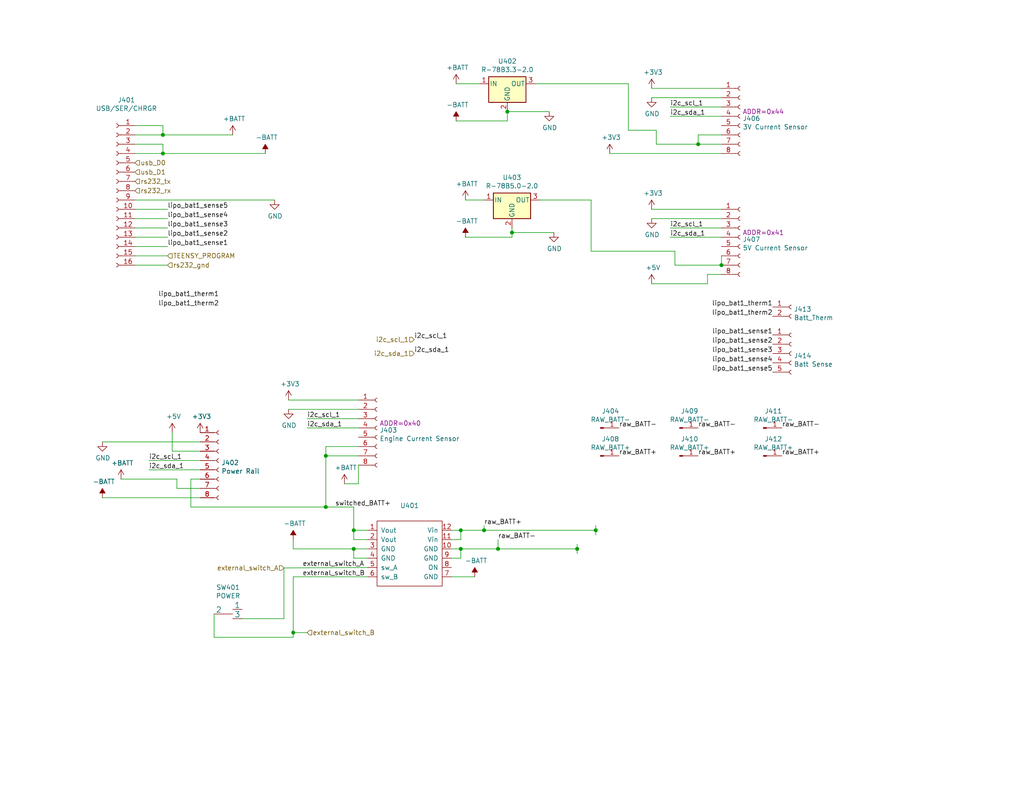
<source format=kicad_sch>
(kicad_sch (version 20211123) (generator eeschema)
  (paper "USLetter")
  (title_block (date "2021-11-10") (rev "1.0"))
  (lib_symbols
    (symbol "Connector:Conn_01x01_Male" (pin_names (offset 1.016) hide)
      (property "Reference" "J" (at 0 2.54 0))
      (property "Value" "Conn_01x01_Male" (at 0 -2.54 0))
      (symbol "Conn_01x01_Male_1_1"
        (polyline (pts (xy 1.27 0) (xy 0.8636 0)) (stroke (width 0.1524)))
        (rectangle (start 0.8636 0.127) (end 0 -0.127) (stroke (width 0.1524)) (fill (type outline)))
        (pin passive line (at 5.08 0 180) (length 3.81) (name "Pin_1") (number "1"))
      )
    )
    (symbol "Connector:Conn_01x02_Female" (pin_names (offset 1.016) hide)
      (property "Reference" "J" (at 0 2.54 0))
      (property "Value" "Conn_01x02_Female" (at 0 -5.08 0))
      (symbol "Conn_01x02_Female_1_1"
        (arc (start 0 -2.032) (mid -0.508 -2.54) (end 0 -3.048) (stroke (width 0.1524)))
        (polyline (pts (xy -1.27 -2.54) (xy -0.508 -2.54)) (stroke (width 0.1524)))
        (polyline (pts (xy -1.27 0) (xy -0.508 0)) (stroke (width 0.1524)))
        (arc (start 0 0.508) (mid -0.508 0) (end 0 -0.508) (stroke (width 0.1524)))
        (pin passive line (at -5.08 0 0) (length 3.81) (name "Pin_1") (number "1"))
        (pin passive line (at -5.08 -2.54 0) (length 3.81) (name "Pin_2") (number "2"))
      )
    )
    (symbol "Connector:Conn_01x05_Female" (pin_names (offset 1.016) hide)
      (property "Reference" "J" (at 0 7.62 0))
      (property "Value" "Conn_01x05_Female" (at 0 -7.62 0))
      (symbol "Conn_01x05_Female_1_1"
        (arc (start 0 -4.572) (mid -0.508 -5.08) (end 0 -5.588) (stroke (width 0.1524)))
        (arc (start 0 -2.032) (mid -0.508 -2.54) (end 0 -3.048) (stroke (width 0.1524)))
        (polyline (pts (xy -1.27 -5.08) (xy -0.508 -5.08)) (stroke (width 0.1524)))
        (polyline (pts (xy -1.27 -2.54) (xy -0.508 -2.54)) (stroke (width 0.1524)))
        (polyline (pts (xy -1.27 0) (xy -0.508 0)) (stroke (width 0.1524)))
        (polyline (pts (xy -1.27 2.54) (xy -0.508 2.54)) (stroke (width 0.1524)))
        (polyline (pts (xy -1.27 5.08) (xy -0.508 5.08)) (stroke (width 0.1524)))
        (arc (start 0 0.508) (mid -0.508 0) (end 0 -0.508) (stroke (width 0.1524)))
        (arc (start 0 3.048) (mid -0.508 2.54) (end 0 2.032) (stroke (width 0.1524)))
        (arc (start 0 5.588) (mid -0.508 5.08) (end 0 4.572) (stroke (width 0.1524)))
        (pin passive line (at -5.08 5.08 0) (length 3.81) (name "Pin_1") (number "1"))
        (pin passive line (at -5.08 2.54 0) (length 3.81) (name "Pin_2") (number "2"))
        (pin passive line (at -5.08 0 0) (length 3.81) (name "Pin_3") (number "3"))
        (pin passive line (at -5.08 -2.54 0) (length 3.81) (name "Pin_4") (number "4"))
        (pin passive line (at -5.08 -5.08 0) (length 3.81) (name "Pin_5") (number "5"))
      )
    )
    (symbol "Connector:Conn_01x08_Female" (pin_names (offset 1.016) hide)
      (property "Reference" "J" (at 0 10.16 0))
      (property "Value" "Conn_01x08_Female" (at 0 -12.7 0))
      (symbol "Conn_01x08_Female_1_1"
        (arc (start 0 -9.652) (mid -0.508 -10.16) (end 0 -10.668) (stroke (width 0.1524)))
        (arc (start 0 -7.112) (mid -0.508 -7.62) (end 0 -8.128) (stroke (width 0.1524)))
        (arc (start 0 -4.572) (mid -0.508 -5.08) (end 0 -5.588) (stroke (width 0.1524)))
        (arc (start 0 -2.032) (mid -0.508 -2.54) (end 0 -3.048) (stroke (width 0.1524)))
        (polyline (pts (xy -1.27 -10.16) (xy -0.508 -10.16)) (stroke (width 0.1524)))
        (polyline (pts (xy -1.27 -7.62) (xy -0.508 -7.62)) (stroke (width 0.1524)))
        (polyline (pts (xy -1.27 -5.08) (xy -0.508 -5.08)) (stroke (width 0.1524)))
        (polyline (pts (xy -1.27 -2.54) (xy -0.508 -2.54)) (stroke (width 0.1524)))
        (polyline (pts (xy -1.27 0) (xy -0.508 0)) (stroke (width 0.1524)))
        (polyline (pts (xy -1.27 2.54) (xy -0.508 2.54)) (stroke (width 0.1524)))
        (polyline (pts (xy -1.27 5.08) (xy -0.508 5.08)) (stroke (width 0.1524)))
        (polyline (pts (xy -1.27 7.62) (xy -0.508 7.62)) (stroke (width 0.1524)))
        (arc (start 0 0.508) (mid -0.508 0) (end 0 -0.508) (stroke (width 0.1524)))
        (arc (start 0 3.048) (mid -0.508 2.54) (end 0 2.032) (stroke (width 0.1524)))
        (arc (start 0 5.588) (mid -0.508 5.08) (end 0 4.572) (stroke (width 0.1524)))
        (arc (start 0 8.128) (mid -0.508 7.62) (end 0 7.112) (stroke (width 0.1524)))
        (pin passive line (at -5.08 7.62 0) (length 3.81) (name "Pin_1") (number "1"))
        (pin passive line (at -5.08 5.08 0) (length 3.81) (name "Pin_2") (number "2"))
        (pin passive line (at -5.08 2.54 0) (length 3.81) (name "Pin_3") (number "3"))
        (pin passive line (at -5.08 0 0) (length 3.81) (name "Pin_4") (number "4"))
        (pin passive line (at -5.08 -2.54 0) (length 3.81) (name "Pin_5") (number "5"))
        (pin passive line (at -5.08 -5.08 0) (length 3.81) (name "Pin_6") (number "6"))
        (pin passive line (at -5.08 -7.62 0) (length 3.81) (name "Pin_7") (number "7"))
        (pin passive line (at -5.08 -10.16 0) (length 3.81) (name "Pin_8") (number "8"))
      )
    )
    (symbol "Regulator_Switching:R-78B3.3-2.0" (pin_names (offset 0.254))
      (property "Reference" "U" (at -3.81 3.175 0))
      (property "Value" "R-78B3.3-2.0" (at 0 3.175 0))
      (symbol "R-78B3.3-2.0_0_1"
        (rectangle (start -5.08 1.905) (end 5.08 -5.08) (stroke (width 0.254)) (fill (type background)))
      )
      (symbol "R-78B3.3-2.0_1_1"
        (pin power_in line (at -7.62 0 0) (length 2.54) (name "IN") (number "1"))
        (pin power_in line (at 0 -7.62 90) (length 2.54) (name "GND") (number "2"))
        (pin power_out line (at 7.62 0 180) (length 2.54) (name "OUT") (number "3"))
      )
    )
    (symbol "Regulator_Switching:R-78B5.0-2.0" (pin_names (offset 0.254))
      (property "Reference" "U" (at -3.81 3.175 0))
      (property "Value" "R-78B5.0-2.0" (at 0 3.175 0))
      (symbol "R-78B5.0-2.0_0_1"
        (rectangle (start -5.08 1.905) (end 5.08 -5.08) (stroke (width 0.254)) (fill (type background)))
      )
      (symbol "R-78B5.0-2.0_1_1"
        (pin power_in line (at -7.62 0 0) (length 2.54) (name "IN") (number "1"))
        (pin power_in line (at 0 -7.62 90) (length 2.54) (name "GND") (number "2"))
        (pin power_out line (at 7.62 0 180) (length 2.54) (name "OUT") (number "3"))
      )
    )
    (symbol "engine-board-rescue:Pololu_2812-Regulator_Controller-engine-board-rescue" (pin_names (offset 1.016))
      (property "Reference" "U" (at 1.27 21.59 0))
      (property "Value" "Pololu_2812-Regulator_Controller-engine-board-rescue" (at -2.54 1.27 0))
      (symbol "Pololu_2812-Regulator_Controller-engine-board-rescue_0_1"
        (rectangle (start -6.35 20.32) (end 11.43 2.54))
      )
      (symbol "Pololu_2812-Regulator_Controller-engine-board-rescue_1_1"
        (pin output line (at -8.89 17.78 0) (length 2.54) (name "Vout") (number "1"))
        (pin input line (at 13.97 12.7 180) (length 2.54) (name "GND") (number "10"))
        (pin input line (at 13.97 15.24 180) (length 2.54) (name "Vin") (number "11"))
        (pin input line (at 13.97 17.78 180) (length 2.54) (name "Vin") (number "12"))
        (pin output line (at -8.89 15.24 0) (length 2.54) (name "Vout") (number "2"))
        (pin output line (at -8.89 12.7 0) (length 2.54) (name "GND") (number "3"))
        (pin output line (at -8.89 10.16 0) (length 2.54) (name "GND") (number "4"))
        (pin input line (at -8.89 7.62 0) (length 2.54) (name "sw_A") (number "5"))
        (pin input line (at -8.89 5.08 0) (length 2.54) (name "sw_B") (number "6"))
        (pin input line (at 13.97 5.08 180) (length 2.54) (name "GND") (number "7"))
        (pin input line (at 13.97 7.62 180) (length 2.54) (name "ON") (number "8"))
        (pin input line (at 13.97 10.16 180) (length 2.54) (name "GND") (number "9"))
      )
    )
    (symbol "engine-board-rescue:QuickFit_01x16_Header-Connector-engine-board-rescue" (pin_names (offset 1.016) hide)
      (property "Reference" "J" (at 0 20.32 0))
      (property "Value" "QuickFit_01x16_Header-Connector-engine-board-rescue" (at 0 -22.86 0))
      (property "Footprint" "Connector_Molex:Molex_Micro-Fit_3.0_43045-1615_2x08_P3.00mm_Vertical" (at -12.7 5.08 90))
      (symbol "QuickFit_01x16_Header-Connector-engine-board-rescue_1_1"
        (arc (start 0 -19.812) (mid -0.508 -20.32) (end 0 -20.828) (stroke (width 0.1524)))
        (arc (start 0 -17.272) (mid -0.508 -17.78) (end 0 -18.288) (stroke (width 0.1524)))
        (arc (start 0 -14.732) (mid -0.508 -15.24) (end 0 -15.748) (stroke (width 0.1524)))
        (arc (start 0 -12.192) (mid -0.508 -12.7) (end 0 -13.208) (stroke (width 0.1524)))
        (arc (start 0 -9.652) (mid -0.508 -10.16) (end 0 -10.668) (stroke (width 0.1524)))
        (arc (start 0 -7.112) (mid -0.508 -7.62) (end 0 -8.128) (stroke (width 0.1524)))
        (arc (start 0 -4.572) (mid -0.508 -5.08) (end 0 -5.588) (stroke (width 0.1524)))
        (arc (start 0 -2.032) (mid -0.508 -2.54) (end 0 -3.048) (stroke (width 0.1524)))
        (polyline (pts (xy -1.27 -20.32) (xy -0.508 -20.32)) (stroke (width 0.1524)))
        (polyline (pts (xy -1.27 -17.78) (xy -0.508 -17.78)) (stroke (width 0.1524)))
        (polyline (pts (xy -1.27 -15.24) (xy -0.508 -15.24)) (stroke (width 0.1524)))
        (polyline (pts (xy -1.27 -12.7) (xy -0.508 -12.7)) (stroke (width 0.1524)))
        (polyline (pts (xy -1.27 -10.16) (xy -0.508 -10.16)) (stroke (width 0.1524)))
        (polyline (pts (xy -1.27 -7.62) (xy -0.508 -7.62)) (stroke (width 0.1524)))
        (polyline (pts (xy -1.27 -5.08) (xy -0.508 -5.08)) (stroke (width 0.1524)))
        (polyline (pts (xy -1.27 -2.54) (xy -0.508 -2.54)) (stroke (width 0.1524)))
        (polyline (pts (xy -1.27 0) (xy -0.508 0)) (stroke (width 0.1524)))
        (polyline (pts (xy -1.27 2.54) (xy -0.508 2.54)) (stroke (width 0.1524)))
        (polyline (pts (xy -1.27 5.08) (xy -0.508 5.08)) (stroke (width 0.1524)))
        (polyline (pts (xy -1.27 7.62) (xy -0.508 7.62)) (stroke (width 0.1524)))
        (polyline (pts (xy -1.27 10.16) (xy -0.508 10.16)) (stroke (width 0.1524)))
        (polyline (pts (xy -1.27 12.7) (xy -0.508 12.7)) (stroke (width 0.1524)))
        (polyline (pts (xy -1.27 15.24) (xy -0.508 15.24)) (stroke (width 0.1524)))
        (polyline (pts (xy -1.27 17.78) (xy -0.508 17.78)) (stroke (width 0.1524)))
        (arc (start 0 0.508) (mid -0.508 0) (end 0 -0.508) (stroke (width 0.1524)))
        (arc (start 0 3.048) (mid -0.508 2.54) (end 0 2.032) (stroke (width 0.1524)))
        (arc (start 0 5.588) (mid -0.508 5.08) (end 0 4.572) (stroke (width 0.1524)))
        (arc (start 0 8.128) (mid -0.508 7.62) (end 0 7.112) (stroke (width 0.1524)))
        (arc (start 0 10.668) (mid -0.508 10.16) (end 0 9.652) (stroke (width 0.1524)))
        (arc (start 0 13.208) (mid -0.508 12.7) (end 0 12.192) (stroke (width 0.1524)))
        (arc (start 0 15.748) (mid -0.508 15.24) (end 0 14.732) (stroke (width 0.1524)))
        (arc (start 0 18.288) (mid -0.508 17.78) (end 0 17.272) (stroke (width 0.1524)))
        (pin passive line (at -5.08 17.78 0) (length 3.81) (name "Pin_1") (number "1"))
        (pin passive line (at -5.08 -5.08 0) (length 3.81) (name "Pin_10") (number "10"))
        (pin passive line (at -5.08 -7.62 0) (length 3.81) (name "Pin_11") (number "11"))
        (pin passive line (at -5.08 -10.16 0) (length 3.81) (name "Pin_12") (number "12"))
        (pin passive line (at -5.08 -12.7 0) (length 3.81) (name "Pin_13") (number "13"))
        (pin passive line (at -5.08 -15.24 0) (length 3.81) (name "Pin_14") (number "14"))
        (pin passive line (at -5.08 -17.78 0) (length 3.81) (name "Pin_15") (number "15"))
        (pin passive line (at -5.08 -20.32 0) (length 3.81) (name "Pin_16") (number "16"))
        (pin passive line (at -5.08 15.24 0) (length 3.81) (name "Pin_2") (number "2"))
        (pin passive line (at -5.08 12.7 0) (length 3.81) (name "Pin_3") (number "3"))
        (pin passive line (at -5.08 10.16 0) (length 3.81) (name "Pin_4") (number "4"))
        (pin passive line (at -5.08 7.62 0) (length 3.81) (name "Pin_5") (number "5"))
        (pin passive line (at -5.08 5.08 0) (length 3.81) (name "Pin_6") (number "6"))
        (pin passive line (at -5.08 2.54 0) (length 3.81) (name "Pin_7") (number "7"))
        (pin passive line (at -5.08 0 0) (length 3.81) (name "Pin_8") (number "8"))
        (pin passive line (at -5.08 -2.54 0) (length 3.81) (name "Pin_9") (number "9"))
      )
    )
    (symbol "engine-board-rescue:SWITCH_SPDT-MiscellaneousDevices" (pin_numbers hide) (pin_names (offset 0))
      (property "Reference" "SW" (at 0 3.81 0))
      (property "Value" "SWITCH_SPDT-MiscellaneousDevices" (at 0 -2.54 0))
      (symbol "SWITCH_SPDT-MiscellaneousDevices_0_1"
        (polyline (pts (xy -1.27 0) (xy 1.27 0)))
      )
      (symbol "SWITCH_SPDT-MiscellaneousDevices_1_1"
        (pin passive line (at 3.81 1.27 180) (length 2.54) (name "1") (number "1"))
        (pin passive line (at -3.81 0 0) (length 2.54) (name "2") (number "2"))
        (pin passive line (at 3.81 -1.27 180) (length 2.54) (name "3") (number "3"))
      )
    )
    (symbol "power:+3.3V" (power) (pin_names (offset 0))
      (property "Value" "+3.3V" (at 0 3.556 0))
      (symbol "+3.3V_0_1"
        (polyline (pts (xy -0.762 1.27) (xy 0 2.54)))
        (polyline (pts (xy 0 0) (xy 0 2.54)))
        (polyline (pts (xy 0 2.54) (xy 0.762 1.27)))
      )
      (symbol "+3.3V_1_1"
        (pin power_in line (at 0 0 90) (length 0) hide (name "+3V3") (number "1"))
      )
    )
    (symbol "power:+5V" (power) (pin_names (offset 0))
      (property "Value" "+5V" (at 0 3.556 0))
      (symbol "+5V_0_1"
        (polyline (pts (xy -0.762 1.27) (xy 0 2.54)))
        (polyline (pts (xy 0 0) (xy 0 2.54)))
        (polyline (pts (xy 0 2.54) (xy 0.762 1.27)))
      )
      (symbol "+5V_1_1"
        (pin power_in line (at 0 0 90) (length 0) hide (name "+5V") (number "1"))
      )
    )
    (symbol "power:+BATT" (power) (pin_names (offset 0))
      (property "Value" "+BATT" (at 0 3.556 0))
      (symbol "+BATT_0_1"
        (polyline (pts (xy -0.762 1.27) (xy 0 2.54)))
        (polyline (pts (xy 0 0) (xy 0 2.54)))
        (polyline (pts (xy 0 2.54) (xy 0.762 1.27)))
      )
      (symbol "+BATT_1_1"
        (pin power_in line (at 0 0 90) (length 0) hide (name "+BATT") (number "1"))
      )
    )
    (symbol "power:-BATT" (power) (pin_names (offset 0))
      (property "Value" "-BATT" (at 0 3.556 0))
      (symbol "-BATT_0_1"
        (polyline (pts (xy 0 0) (xy 0 2.54)))
        (polyline (pts (xy 0.762 1.27) (xy -0.762 1.27) (xy 0 2.54) (xy 0.762 1.27)) (fill (type outline)))
      )
      (symbol "-BATT_1_1"
        (pin power_in line (at 0 0 90) (length 0) hide (name "-BATT") (number "1"))
      )
    )
    (symbol "power:GND" (power) (pin_names (offset 0))
      (property "Value" "GND" (at 0 -3.81 0))
      (symbol "GND_0_1"
        (polyline (pts (xy 0 0) (xy 0 -1.27) (xy 1.27 -1.27) (xy 0 -2.54) (xy -1.27 -1.27) (xy 0 -1.27)))
      )
      (symbol "GND_1_1"
        (pin power_in line (at 0 0 270) (length 0) hide (name "GND") (number "1"))
      )
    )
  )
  (junction (at 96.52 144.78))
  (junction (at 157.48 149.86))
  (junction (at 80.01 172.72))
  (junction (at 88.9 138.43))
  (junction (at 135.89 149.86))
  (junction (at 125.73 144.78))
  (junction (at 190.5 39.37))
  (junction (at 44.45 36.83))
  (junction (at 88.9 124.46))
  (junction (at 125.73 149.86))
  (junction (at 132.08 144.78))
  (junction (at 139.7 63.5))
  (junction (at 138.43 30.48))
  (junction (at 96.52 149.86))
  (junction (at 44.45 41.91))
  (junction (at 162.56 144.78))
  (junction (at 196.85 72.39))
  (wire (pts (xy 36.83 64.77) (xy 45.72 64.77)))
  (wire (pts (xy 132.08 143.51) (xy 132.08 144.78)))
  (wire (pts (xy 27.94 135.89) (xy 54.61 135.89)))
  (wire (pts (xy 83.82 116.84) (xy 97.79 116.84)))
  (wire (pts (xy 27.94 120.65) (xy 54.61 120.65)))
  (wire (pts (xy 177.8 26.67) (xy 196.85 26.67)))
  (wire (pts (xy 132.08 144.78) (xy 162.56 144.78)))
  (wire (pts (xy 157.48 149.86) (xy 157.48 148.59)))
  (wire (pts (xy 36.83 62.23) (xy 45.72 62.23)))
  (wire (pts (xy 138.43 33.02) (xy 138.43 30.48)))
  (wire (pts (xy 80.01 149.86) (xy 96.52 149.86)))
  (wire (pts (xy 123.19 157.48) (xy 129.54 157.48)))
  (wire (pts (xy 80.01 157.48) (xy 80.01 172.72)))
  (wire (pts (xy 36.83 39.37) (xy 44.45 39.37)))
  (wire (pts (xy 96.52 152.4) (xy 96.52 149.86)))
  (wire (pts (xy 33.02 130.81) (xy 48.26 130.81)))
  (wire (pts (xy 182.88 62.23) (xy 196.85 62.23)))
  (wire (pts (xy 48.26 130.81) (xy 48.26 133.35)))
  (wire (pts (xy 125.73 144.78) (xy 123.19 144.78)))
  (wire (pts (xy 44.45 41.91) (xy 72.39 41.91)))
  (wire (pts (xy 97.79 121.92) (xy 88.9 121.92)))
  (wire (pts (xy 135.89 147.32) (xy 135.89 149.86)))
  (wire (pts (xy 190.5 36.83) (xy 190.5 39.37)))
  (wire (pts (xy 146.05 22.86) (xy 171.45 22.86)))
  (wire (pts (xy 182.88 29.21) (xy 196.85 29.21)))
  (wire (pts (xy 151.13 63.5) (xy 139.7 63.5)))
  (wire (pts (xy 46.99 118.11) (xy 46.99 123.19)))
  (wire (pts (xy 139.7 64.77) (xy 139.7 63.5)))
  (wire (pts (xy 135.89 149.86) (xy 125.73 149.86)))
  (wire (pts (xy 78.74 111.76) (xy 97.79 111.76)))
  (wire (pts (xy 66.04 168.91) (xy 77.47 168.91)))
  (wire (pts (xy 177.8 59.69) (xy 196.85 59.69)))
  (wire (pts (xy 36.83 57.15) (xy 45.72 57.15)))
  (wire (pts (xy 184.15 68.58) (xy 161.29 68.58)))
  (wire (pts (xy 88.9 138.43) (xy 96.52 138.43)))
  (wire (pts (xy 162.56 144.78) (xy 162.56 146.05)))
  (wire (pts (xy 77.4779 155.063) (xy 100.33 154.94)))
  (wire (pts (xy 124.46 33.02) (xy 138.43 33.02)))
  (wire (pts (xy 171.45 35.56) (xy 179.07 35.56)))
  (wire (pts (xy 125.73 152.4) (xy 123.19 152.4)))
  (wire (pts (xy 40.64 128.27) (xy 54.61 128.27)))
  (wire (pts (xy 78.74 109.22) (xy 97.79 109.22)))
  (wire (pts (xy 36.83 67.31) (xy 45.72 67.31)))
  (wire (pts (xy 80.01 172.72) (xy 80.01 173.99)))
  (wire (pts (xy 58.42 173.99) (xy 80.01 173.99)))
  (wire (pts (xy 193.04 77.47) (xy 177.8 77.47)))
  (wire (pts (xy 196.85 69.85) (xy 196.85 72.39)))
  (wire (pts (xy 97.79 132.08) (xy 97.79 127)))
  (wire (pts (xy 44.45 34.29) (xy 44.45 36.83)))
  (wire (pts (xy 36.83 41.91) (xy 44.45 41.91)))
  (wire (pts (xy 138.43 30.48) (xy 149.86 30.48)))
  (wire (pts (xy 161.29 68.58) (xy 161.29 54.61)))
  (wire (pts (xy 166.37 41.91) (xy 196.85 41.91)))
  (wire (pts (xy 127 64.77) (xy 139.7 64.77)))
  (wire (pts (xy 182.88 64.77) (xy 196.85 64.77)))
  (wire (pts (xy 196.85 36.83) (xy 190.5 36.83)))
  (wire (pts (xy 96.52 147.32) (xy 96.52 144.78)))
  (wire (pts (xy 100.33 152.4) (xy 96.52 152.4)))
  (wire (pts (xy 36.83 72.39) (xy 45.72 72.39)))
  (wire (pts (xy 80.01 149.86) (xy 80.01 147.32)))
  (wire (pts (xy 184.15 72.39) (xy 184.15 68.58)))
  (wire (pts (xy 193.04 74.93) (xy 196.85 74.93)))
  (wire (pts (xy 83.82 172.72) (xy 80.01 172.72)))
  (wire (pts (xy 177.8 57.15) (xy 196.85 57.15)))
  (wire (pts (xy 190.5 39.37) (xy 196.85 39.37)))
  (wire (pts (xy 83.82 114.3) (xy 97.79 114.3)))
  (wire (pts (xy 125.73 144.78) (xy 125.73 147.32)))
  (wire (pts (xy 36.83 54.61) (xy 74.93 54.61)))
  (wire (pts (xy 88.9 124.46) (xy 88.9 138.43)))
  (wire (pts (xy 54.61 130.81) (xy 52.07 130.81)))
  (wire (pts (xy 100.33 144.78) (xy 96.52 144.78)))
  (wire (pts (xy 93.98 132.08) (xy 97.79 132.08)))
  (wire (pts (xy 36.83 34.29) (xy 44.45 34.29)))
  (wire (pts (xy 44.45 36.83) (xy 63.5 36.83)))
  (wire (pts (xy 96.52 138.43) (xy 96.52 144.78)))
  (wire (pts (xy 125.73 147.32) (xy 123.19 147.32)))
  (wire (pts (xy 184.15 72.39) (xy 196.85 72.39)))
  (wire (pts (xy 88.9 124.46) (xy 97.79 124.46)))
  (wire (pts (xy 100.33 147.32) (xy 96.52 147.32)))
  (wire (pts (xy 44.45 39.37) (xy 44.45 41.91)))
  (wire (pts (xy 46.99 123.19) (xy 54.61 123.19)))
  (wire (pts (xy 132.08 144.78) (xy 125.73 144.78)))
  (wire (pts (xy 125.73 149.86) (xy 123.19 149.86)))
  (wire (pts (xy 52.07 130.81) (xy 52.07 138.43)))
  (wire (pts (xy 139.7 63.5) (xy 139.7 62.23)))
  (wire (pts (xy 177.8 24.13) (xy 196.85 24.13)))
  (wire (pts (xy 100.33 149.86) (xy 96.52 149.86)))
  (wire (pts (xy 88.9 121.92) (xy 88.9 124.46)))
  (wire (pts (xy 36.83 36.83) (xy 44.45 36.83)))
  (wire (pts (xy 157.48 151.13) (xy 157.48 149.86)))
  (wire (pts (xy 80.01 157.48) (xy 100.33 157.48)))
  (wire (pts (xy 147.32 54.61) (xy 161.29 54.61)))
  (wire (pts (xy 36.83 69.85) (xy 45.72 69.85)))
  (wire (pts (xy 48.26 133.35) (xy 54.61 133.35)))
  (wire (pts (xy 36.83 59.69) (xy 45.72 59.69)))
  (wire (pts (xy 182.88 31.75) (xy 196.85 31.75)))
  (wire (pts (xy 135.89 149.86) (xy 157.48 149.86)))
  (wire (pts (xy 125.73 149.86) (xy 125.73 152.4)))
  (wire (pts (xy 162.56 143.51) (xy 162.56 144.78)))
  (wire (pts (xy 171.45 22.86) (xy 171.45 35.56)))
  (wire (pts (xy 127 54.61) (xy 132.08 54.61)))
  (wire (pts (xy 179.07 35.56) (xy 179.07 39.37)))
  (wire (pts (xy 124.46 22.86) (xy 130.81 22.86)))
  (wire (pts (xy 179.07 39.37) (xy 190.5 39.37)))
  (wire (pts (xy 40.64 125.73) (xy 54.61 125.73)))
  (wire (pts (xy 58.42 167.64) (xy 58.42 173.99)))
  (wire (pts (xy 77.4779 155.063) (xy 77.47 168.91)))
  (wire (pts (xy 193.04 77.47) (xy 193.04 74.93)))
  (wire (pts (xy 52.07 138.43) (xy 88.9 138.43)))
  (label "i2c_scl_1" (at 182.88 29.21 0))
  (label "switched_BATT+" (at 91.44 138.43 0))
  (label "external_switch_B" (at 82.55 157.48 0))
  (label "lipo_bat1_sense2" (at 45.72 64.77 0))
  (label "raw_BATT-" (at 190.5 116.84 0))
  (label "i2c_scl_1" (at 83.82 114.3 0))
  (label "raw_BATT-" (at 135.89 147.32 0))
  (label "raw_BATT+" (at 190.5 124.46 0))
  (label "lipo_bat1_sense5" (at 210.82 101.6 180))
  (label "i2c_sda_1" (at 40.64 128.27 0))
  (label "lipo_bat1_sense1" (at 210.82 91.44 180))
  (label "lipo_bat1_therm1" (at 43.18 81.28 0))
  (label "lipo_bat1_sense4" (at 45.72 59.69 0))
  (label "lipo_bat1_sense2" (at 210.82 93.98 180))
  (label "lipo_bat1_therm2" (at 210.82 86.36 180))
  (label "i2c_sda_1" (at 83.82 116.84 0))
  (label "raw_BATT-" (at 168.91 116.84 0))
  (label "raw_BATT+" (at 168.91 124.46 0))
  (label "raw_BATT+" (at 132.08 143.51 0))
  (label "lipo_bat1_therm1" (at 210.82 83.82 180))
  (label "i2c_sda_1" (at 182.88 64.77 0))
  (label "i2c_scl_1" (at 182.88 62.23 0))
  (label "lipo_bat1_sense3" (at 45.72 62.23 0))
  (label "external_switch_A" (at 82.55 154.94 0))
  (label "i2c_scl_1" (at 113.03 92.71 0))
  (label "lipo_bat1_sense5" (at 45.72 57.15 0))
  (label "lipo_bat1_sense3" (at 210.82 96.52 180))
  (label "i2c_scl_1" (at 40.64 125.73 0))
  (label "raw_BATT+" (at 213.36 124.46 0))
  (label "i2c_sda_1" (at 182.88 31.75 0))
  (label "lipo_bat1_sense4" (at 210.82 99.06 180))
  (label "raw_BATT-" (at 213.36 116.84 0))
  (label "lipo_bat1_sense1" (at 45.72 67.31 0))
  (label "i2c_sda_1" (at 113.03 96.52 0))
  (label "lipo_bat1_therm2" (at 43.18 83.82 0))
  (hierarchical_label "TEENSY_PROGRAM" (shape input) (at 45.72 69.85 0))
  (hierarchical_label "rs232_tx" (shape input) (at 36.83 49.53 0))
  (hierarchical_label "rs232_rx" (shape input) (at 36.83 52.07 0))
  (hierarchical_label "external_switch_A" (shape input) (at 77.4779 155.063 180))
  (hierarchical_label "i2c_sda_1" (shape input) (at 113.03 96.52 180))
  (hierarchical_label "rs232_gnd" (shape input) (at 45.72 72.39 0))
  (hierarchical_label "usb_D1" (shape input) (at 36.83 46.99 0))
  (hierarchical_label "i2c_scl_1" (shape input) (at 113.03 92.71 180))
  (hierarchical_label "external_switch_B" (shape input) (at 83.82 172.72 0))
  (hierarchical_label "usb_D0" (shape input) (at 36.83 44.45 0))
  (symbol (lib_id "power:+3.3V") (at 177.8 57.15 0) (unit 1)
    (property "Reference" "#PWR0422" (effects hide))
    (property "Value" "+3.3V" (at 178.181 52.7558 0))
  )
  (symbol (lib_id "power:GND") (at 177.8 59.69 0) (unit 1)
    (property "Reference" "#PWR0423" (effects hide))
    (property "Value" "GND" (at 177.927 64.0842 0))
  )
  (symbol (lib_id "power:+BATT") (at 127 54.61 0) (unit 1)
    (property "Reference" "#PWR0425" (effects hide))
    (property "Value" "+BATT" (at 127.381 50.2158 0))
  )
  (symbol (lib_id "power:+3.3V") (at 177.8 24.13 0) (unit 1)
    (property "Reference" "#PWR0420" (effects hide))
    (property "Value" "+3.3V" (at 178.181 19.7358 0))
  )
  (symbol (lib_id "power:GND") (at 177.8 26.67 0) (unit 1)
    (property "Reference" "#PWR0421" (effects hide))
    (property "Value" "GND" (at 177.927 31.0642 0))
  )
  (symbol (lib_id "power:+BATT") (at 124.46 22.86 0) (unit 1)
    (property "Reference" "#PWR0424" (effects hide))
    (property "Value" "+BATT" (at 124.841 18.4658 0))
  )
  (symbol (lib_id "power:+3.3V") (at 78.74 109.22 0) (unit 1)
    (property "Reference" "#PWR0409" (effects hide))
    (property "Value" "+3.3V" (at 79.121 104.8258 0))
  )
  (symbol (lib_id "power:GND") (at 78.74 111.76 0) (unit 1)
    (property "Reference" "#PWR0410" (effects hide))
    (property "Value" "GND" (at 78.867 116.1542 0))
  )
  (symbol (lib_id "power:+BATT") (at 93.98 132.08 0) (unit 1)
    (property "Reference" "#PWR0412" (effects hide))
    (property "Value" "+BATT" (at 94.361 127.6858 0))
  )
  (symbol (lib_id "engine-board-rescue:QuickFit_01x16_Header-Connector-engine-board-rescue") (at 31.75 52.07 0) (mirror y) (unit 1)
    (property "Reference" "J401" (at 34.4932 27.305 0))
    (property "Value" "USB/SER/CHRGR" (at 34.4932 29.6164 0))
    (property "Footprint" "Connector_Molex:Molex_Micro-Fit_3.0_43045-1621_2x08-1MP_P3.00mm_Horizontal" (effects hide))
    (property "Link" "https://www.digikey.com/en/products/detail/molex/0430451623/3044583?s=N4IgTCBcDaICwGYAMcCsBGAbGBIC6AvkA" (effects hide))
    (property "MANUFACTURER" "Molex" (effects hide))
    (property "MPN" "430451623" (effects hide))
    (property "Price" "6.91" (effects hide))
    (property "MATE_Price" "1.61" (effects hide))
    (property "MATE_Link" "https://www.digikey.com/en/products/detail/molex/0430251608/3310170" (effects hide))
    (property "MATE_MPN" "0430251608" (effects hide))
  )
  (symbol (lib_id "power:GND") (at 74.93 54.61 0) (unit 1)
    (property "Reference" "#PWR0407" (effects hide))
    (property "Value" "GND" (at 75.057 59.0042 0))
  )
  (symbol (lib_id "power:+BATT") (at 63.5 36.83 0) (unit 1)
    (property "Reference" "#PWR0406" (effects hide))
    (property "Value" "+BATT" (at 63.881 32.4358 0))
  )
  (symbol (lib_id "power:-BATT") (at 72.39 41.91 0) (unit 1)
    (property "Reference" "#PWR0408" (effects hide))
    (property "Value" "-BATT" (at 72.771 37.5158 0))
  )
  (symbol (lib_id "Regulator_Switching:R-78B3.3-2.0") (at 138.43 22.86 0) (unit 1)
    (property "Reference" "U402" (at 138.43 16.7132 0))
    (property "Value" "R-78B3.3-2.0" (at 138.43 19.0246 0))
    (property "Footprint" "Converter_DCDC:Converter_DCDC_RECOM_R-78B-2.0_THT" (effects hide))
    (property "Datasheet" "https://www.recom-power.com/pdf/Innoline/R-78Bxx-2.0.pdf" (effects hide))
    (property "Link" "https://www.digikey.com/en/products/detail/recom-power/R-78B3-3-2-0/6677082" (effects hide))
    (property "Price" "11.35" (effects hide))
    (property "MPN" "R-78B3.3-2.0" (effects hide))
  )
  (symbol (lib_id "power:-BATT") (at 124.46 33.02 0) (unit 1)
    (property "Reference" "#PWR0413" (effects hide))
    (property "Value" "-BATT" (at 124.841 28.6258 0))
  )
  (symbol (lib_id "power:GND") (at 149.86 30.48 0) (unit 1)
    (property "Reference" "#PWR0417" (effects hide))
    (property "Value" "GND" (at 149.987 34.8742 0))
  )
  (symbol (lib_id "Regulator_Switching:R-78B5.0-2.0") (at 139.7 54.61 0) (unit 1)
    (property "Reference" "U403" (at 139.7 48.4632 0))
    (property "Value" "R-78B5.0-2.0" (at 139.7 50.7746 0))
    (property "Footprint" "Converter_DCDC:Converter_DCDC_RECOM_R-78B-2.0_THT" (effects hide))
    (property "Datasheet" "https://www.recom-power.com/pdf/Innoline/R-78Bxx-2.0.pdf" (effects hide))
    (property "Link" "https://www.digikey.com/en/products/detail/recom-power/R-78B5-0-2-0/6677084" (effects hide))
    (property "Price" "11.35" (effects hide))
    (property "MPN" "R-78B5.0-2.0" (effects hide))
  )
  (symbol (lib_id "power:-BATT") (at 127 64.77 0) (unit 1)
    (property "Reference" "#PWR0414" (effects hide))
    (property "Value" "-BATT" (at 127.381 60.3758 0))
  )
  (symbol (lib_id "power:GND") (at 151.13 63.5 0) (unit 1)
    (property "Reference" "#PWR0419" (effects hide))
    (property "Value" "GND" (at 151.257 67.8942 0))
  )
  (symbol (lib_id "power:+5V") (at 177.8 77.47 0) (unit 1)
    (property "Reference" "#PWR0418" (effects hide))
    (property "Value" "+5V" (at 178.181 73.0758 0))
  )
  (symbol (lib_id "engine-board-rescue:Pololu_2812-Regulator_Controller-engine-board-rescue") (at 109.22 162.56 0) (unit 1)
    (property "Reference" "U401" (at 111.76 138.049 0))
    (property "Datasheet" "https://www.pololu.com/product/2814" (effects hide))
    (property "Link" "https://www.digikey.com/en/products/detail/samtec-inc/SSQ-106-01-G-S/1110613" (effects hide))
    (property "Price" "1.35" (effects hide))
    (property "MPN" "SSQ-106-01-G-S" (effects hide))
    (property "Link2" "https://www.pololu.com/product/2814" (effects hide))
    (property "MATE_Link" "https://www.digikey.com/en/products/detail/samtec-inc/SSQ-106-01-G-S/1110613" (effects hide))
    (property "MATE_MPN" "SSQ-104-01-G-S" (effects hide))
    (property "MATE_Price" "1.35" (effects hide))
    (property "MPN2" "2814" (effects hide))
    (property "Manufacturer" "Polulu" (effects hide))
    (property "Price2" "4.75" (effects hide))
  )
  (symbol (lib_id "power:-BATT") (at 80.01 147.32 0) (unit 1)
    (property "Reference" "#PWR0411" (effects hide))
    (property "Value" "-BATT" (at 80.391 142.9258 0))
  )
  (symbol (lib_id "power:-BATT") (at 129.54 157.48 0) (unit 1)
    (property "Reference" "#PWR0415" (effects hide))
    (property "Value" "-BATT" (at 129.921 153.0858 0))
  )
  (symbol (lib_id "Connector:Conn_01x08_Female") (at 59.69 125.73 0) (unit 1)
    (property "Reference" "J402" (at 60.4012 126.3396 0) (effects (justify left)))
    (property "Value" "Power Rail" (at 60.4012 128.651 0) (effects (justify left)))
    (property "Footprint" "Connector_PinSocket_2.54mm:PinSocket_1x08_P2.54mm_Vertical" (effects hide))
    (property "Link" "https://www.digikey.com/en/products/detail/samtec-inc/TSW-108-05-G-S/1100513" (effects hide))
    (property "MANUFACTURER" "Samtec Inc." (effects hide))
    (property "MPN" "TSW-108-05-G-S" (effects hide))
    (property "Price" "0.96" (effects hide))
  )
  (symbol (lib_id "power:+BATT") (at 33.02 130.81 0) (unit 1)
    (property "Reference" "#PWR0403" (effects hide))
    (property "Value" "+BATT" (at 33.401 126.4158 0))
  )
  (symbol (lib_id "power:-BATT") (at 27.94 135.89 0) (unit 1)
    (property "Reference" "#PWR0402" (effects hide))
    (property "Value" "-BATT" (at 28.321 131.4958 0))
  )
  (symbol (lib_id "power:+3.3V") (at 54.61 118.11 0) (unit 1)
    (property "Reference" "#PWR0405" (effects hide))
    (property "Value" "+3.3V" (at 54.991 113.7158 0))
  )
  (symbol (lib_id "power:GND") (at 27.94 120.65 0) (unit 1)
    (property "Reference" "#PWR0401" (effects hide))
    (property "Value" "GND" (at 28.067 125.0442 0))
  )
  (symbol (lib_id "power:+5V") (at 46.99 118.11 0) (unit 1)
    (property "Reference" "#PWR0404" (effects hide))
    (property "Value" "+5V" (at 47.371 113.7158 0))
  )
  (symbol (lib_id "Connector:Conn_01x08_Female") (at 102.87 116.84 0) (unit 1)
    (property "Reference" "J403" (at 103.5812 117.4496 0) (effects (justify left)))
    (property "Value" "Engine Current Sensor" (at 103.5812 119.761 0) (effects (justify left)))
    (property "Footprint" "Connector_PinSocket_2.54mm:PinSocket_1x08_P2.54mm_Vertical" (effects hide))
    (property "Link" "https://www.digikey.com/en/products/detail/samtec-inc/SSQ-108-01-G-S/1110611" (effects hide))
    (property "MANUFACTURER" "Samtec Inc." (effects hide))
    (property "MPN" "SSQ-108-01-G-S" (effects hide))
    (property "Price" "1.35" (effects hide))
    (property "Price2" "9.95" (effects hide))
    (property "Link2" "https://www.adafruit.com/product/4226" (effects hide))
    (property "I2C_ADDR" "ADDR=0x40" (at 109.22 115.57 0))
    (property "MATE_Link" "https://www.digikey.com/en/products/detail/molex/0901210128/760817?s=N4IgTCBcDaIJwAYCMYnLADhAXQL5A" (effects hide))
    (property "MATE_MPN" "0901210128" (effects hide))
    (property "MATE_Price" "1.16" (effects hide))
    (property "Manufacturer" "Adafruit" (effects hide))
  )
  (symbol (lib_id "Connector:Conn_01x08_Female") (at 201.93 64.77 0) (unit 1)
    (property "Reference" "J407" (at 202.6412 65.3796 0) (effects (justify left)))
    (property "Value" "5V Current Sensor" (at 202.6412 67.691 0) (effects (justify left)))
    (property "Footprint" "Connector_PinSocket_2.54mm:PinSocket_1x08_P2.54mm_Vertical" (effects hide))
    (property "Link" "https://www.digikey.com/en/products/detail/samtec-inc/SSQ-108-01-G-S/1110611" (effects hide))
    (property "MANUFACTURER" "Samtec Inc." (effects hide))
    (property "MPN" "SSQ-108-01-G-S" (effects hide))
    (property "Price" "1.35" (effects hide))
    (property "Price2" "9.95" (effects hide))
    (property "Link2" "https://www.adafruit.com/product/4226" (effects hide))
    (property "I2C_ADDR" "ADDR=0x41" (at 208.28 63.5 0))
    (property "MATE_Link" "https://www.digikey.com/en/products/detail/molex/0901210128/760817?s=N4IgTCBcDaIJwAYCMYnLADhAXQL5A" (effects hide))
    (property "MATE_MPN" "0901210128" (effects hide))
    (property "MATE_Price" "1.16" (effects hide))
    (property "Manufacturer" "Adafruit" (effects hide))
  )
  (symbol (lib_id "engine-board-rescue:SWITCH_SPDT-MiscellaneousDevices") (at 62.23 167.64 0) (unit 1)
    (property "Reference" "SW401" (at 62.23 160.3756 0))
    (property "Value" "POWER" (at 62.23 162.687 0))
    (property "Footprint" "Module:SliderSwitch_Simple" (effects hide))
    (property "Datasheet" "https://www.adafruit.com/product/805" (effects hide))
    (property "Price" "0.95" (effects hide))
    (property "Link" "https://www.adafruit.com/product/805" (effects hide))
    (property "MPN" "805" (effects hide))
    (property "Manufacturer" "Adafruit" (effects hide))
  )
  (symbol (lib_id "Connector:Conn_01x08_Female") (at 201.93 31.75 0) (unit 1)
    (property "Reference" "J406" (at 202.6412 32.3596 0) (effects (justify left)))
    (property "Value" "3V Current Sensor" (at 202.6412 34.671 0) (effects (justify left)))
    (property "Footprint" "Connector_PinSocket_2.54mm:PinSocket_1x08_P2.54mm_Vertical" (effects hide))
    (property "Link" "https://www.digikey.com/en/products/detail/samtec-inc/SSQ-108-01-G-S/1110611" (effects hide))
    (property "MANUFACTURER" "Samtec Inc." (effects hide))
    (property "MPN" "SSQ-108-01-G-S" (effects hide))
    (property "Price" "1.35" (effects hide))
    (property "Price2" "9.95" (effects hide))
    (property "Link2" "https://www.adafruit.com/product/4226" (effects hide))
    (property "I2C_ADDR" "ADDR=0x44" (at 208.28 30.48 0))
    (property "MATE_Link" "https://www.digikey.com/en/products/detail/molex/0901210128/760817?s=N4IgTCBcDaIJwAYCMYnLADhAXQL5A" (effects hide))
    (property "MATE_MPN" "0901210128" (effects hide))
    (property "MATE_Price" "1.16" (effects hide))
    (property "Manufacturer" "Adafruit" (effects hide))
  )
  (symbol (lib_id "power:+3.3V") (at 166.37 41.91 0) (unit 1)
    (property "Reference" "#PWR0113" (effects hide))
    (property "Value" "+3.3V" (at 166.751 37.5158 0))
  )
  (symbol (lib_id "Connector:Conn_01x01_Male") (at 163.83 116.84 0) (unit 1)
    (property "Reference" "J404" (at 166.5732 112.2426 0))
    (property "Value" "RAW_BATT-" (at 166.5732 114.554 0))
    (property "Footprint" "TestPoint:TestPoint_Pad_4.0x4.0mm" (effects hide))
  )
  (symbol (lib_id "Connector:Conn_01x01_Male") (at 163.83 124.46 0) (unit 1)
    (property "Reference" "J408" (at 166.5732 119.8626 0))
    (property "Value" "RAW_BATT+" (at 166.5732 122.174 0))
    (property "Footprint" "TestPoint:TestPoint_Pad_4.0x4.0mm" (effects hide))
  )
  (symbol (lib_id "Connector:Conn_01x01_Male") (at 185.42 116.84 0) (unit 1)
    (property "Reference" "J409" (at 188.1632 112.2426 0))
    (property "Value" "RAW_BATT-" (at 188.1632 114.554 0))
    (property "Footprint" "TestPoint:TestPoint_Pad_4.0x4.0mm" (effects hide))
  )
  (symbol (lib_id "Connector:Conn_01x01_Male") (at 185.42 124.46 0) (unit 1)
    (property "Reference" "J410" (at 188.1632 119.8626 0))
    (property "Value" "RAW_BATT+" (at 188.1632 122.174 0))
    (property "Footprint" "TestPoint:TestPoint_Pad_4.0x4.0mm" (effects hide))
  )
  (symbol (lib_id "Connector:Conn_01x01_Male") (at 208.28 116.84 0) (unit 1)
    (property "Reference" "J411" (at 211.0232 112.2426 0))
    (property "Value" "RAW_BATT-" (at 211.0232 114.554 0))
    (property "Footprint" "TestPoint:TestPoint_Plated_Hole_D3.0mm" (effects hide))
  )
  (symbol (lib_id "Connector:Conn_01x01_Male") (at 208.28 124.46 0) (unit 1)
    (property "Reference" "J412" (at 211.0232 119.8626 0))
    (property "Value" "RAW_BATT+" (at 211.0232 122.174 0))
    (property "Footprint" "TestPoint:TestPoint_Plated_Hole_D3.0mm" (effects hide))
  )
  (symbol (lib_id "Connector:Conn_01x05_Female") (at 215.9 96.52 0) (unit 1)
    (property "Reference" "J414" (at 216.6112 97.1296 0) (effects (justify left)))
    (property "Value" "Batt Sense" (at 216.6112 99.441 0) (effects (justify left)))
    (property "Footprint" "Connector_Wire:SolderWire-0.5sqmm_1x05_P4.6mm_D0.9mm_OD2.1mm_Relief" (effects hide))
  )
  (symbol (lib_id "Connector:Conn_01x02_Female") (at 215.9 83.82 0) (unit 1)
    (property "Reference" "J413" (at 216.6112 84.4296 0) (effects (justify left)))
    (property "Value" "Batt_Therm" (at 216.6112 86.741 0) (effects (justify left)))
    (property "Footprint" "Connector_Wire:SolderWire-0.5sqmm_1x02_P4.6mm_D0.9mm_OD2.1mm_Relief" (effects hide))
  )
)
</source>
